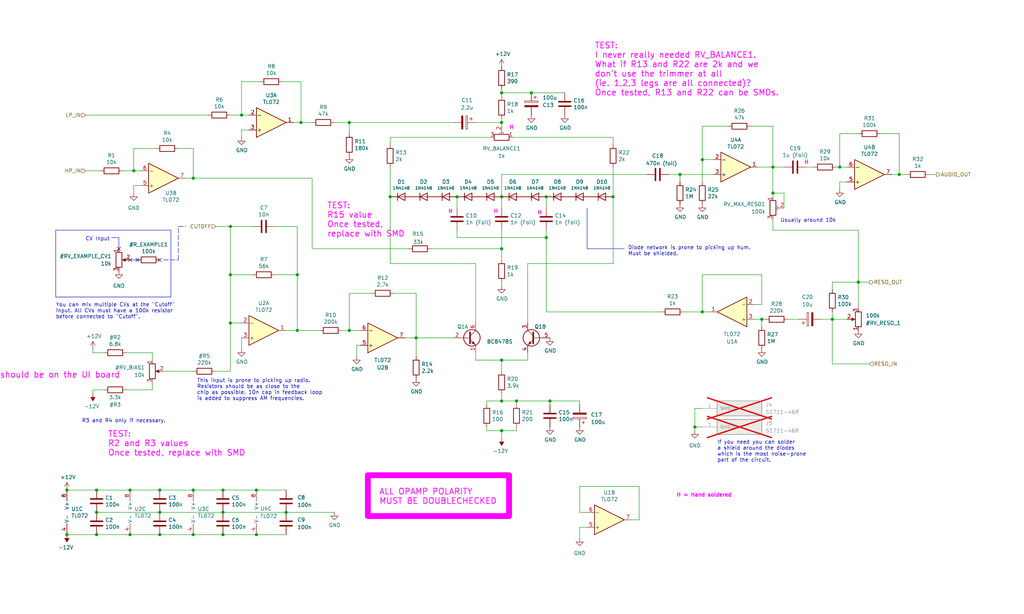
<source format=kicad_sch>
(kicad_sch (version 20250114) (generator "eeschema") (generator_version "9.0")
  (paper "User" 350 210)
  (rectangle (start 125.73 162.56) (end 173.99 176.53) (stroke (width 2) (color 255 0 255 1)))
  (rectangle (start 19.05 78.74) (end 58.42 101.6))
  (text "R3 and R4 only if necessary." (at 27.94 144.78 0) (effects (font (size 1.27 1.27)) (justify left bottom)))
  (text "H" (at 173.99 44.45 0) (effects (font (size 1.27 1.27) (thickness 0.254) (bold yes)) (justify left bottom)))
  (text "This input is prone to picking up radio. \nResistors should be as close to the \nchip as possible. 10n cap in feedback loop\nis added to suppress AM frequencies." (at 67.31 137.16 0) (effects (font (size 1.27 1.27)) (justify left bottom)))
  (text "CV Input" (at 29.21 82.55 0) (effects (font (size 1.27 1.27)) (justify left bottom)))
  (text "H" (at 168.656 73.152 0) (effects (font (size 1.27 1.27) (thickness 0.254) (bold yes)) (justify left bottom)))
  (text "H" (at 274.828 56.388 0) (effects (font (size 1.27 1.27) (thickness 0.254) (bold yes)) (justify left bottom)))
  (text "If you need you can solder \na shield around the diodes\nwhich is the most noise-prone\npart of the circuit." (at 245.11 158.242 0) (effects (font (size 1.27 1.27)) (justify left bottom)))
  (text "ALL OPAMP POLARITY\nMUST BE DOUBLECHECKED" (at 129.54 172.72 0) (effects (font (size 2 2) (thickness 0.254) (bold yes)) (justify left bottom)))
  (text "Maybe this should be on the UI board" (at -17.78 129.54 0) (effects (font (size 2 2) (thickness 0.254) (bold yes)) (justify left bottom)))
  (text "Diode network is prone to picking up hum. \nMust be shielded." (at 214.63 87.63 0) (effects (font (size 1.27 1.27)) (justify left bottom)))
  (text "H" (at 183.642 73.66 0) (effects (font (size 1.27 1.27) (thickness 0.254) (bold yes)) (justify left bottom)))
  (text "TEST:\nR2 and R3 values\nOnce tested, replace with SMD" (at 36.83 156.21 0) (effects (font (size 2 2) (thickness 0.254) (bold yes)) (justify left bottom)))
  (text "H" (at 153.162 73.152 0) (effects (font (size 1.27 1.27) (thickness 0.254) (bold yes)) (justify left bottom)))
  (text "You can mix multiple CVs at the \"Cutoff\" \ninput. All CVs must have a 100k resistor \nbefore connected to \"Cutoff\"." (at 19.05 109.22 0) (effects (font (size 1.27 1.27)) (justify left bottom)))
  (text "Usually around 10k" (at 266.7 76.2 0) (effects (font (size 1.27 1.27)) (justify left bottom)))
  (text "H = Hand soldered" (at 231.14 170.18 0) (effects (font (size 1.27 1.27) (thickness 0.254) (bold yes)) (justify left bottom)))
  (text "TEST:\nI never really needed RV_BALANCE1. \nWhat if R13 and R22 are 2k and we\ndon't use the trimmer at all \n(ie. 1,2,3 legs are all connected)?\nOnce tested, R13 and R22 can be SMDs." (at 203.2 33.02 0) (effects (font (size 2 2) (thickness 0.254) (bold yes)) (justify left bottom)))
  (text "TEST:\nR15 value\nOnce tested, \nreplace with SMD" (at 111.76 81.28 0) (effects (font (size 2 2) (thickness 0.254) (bold yes)) (justify left bottom)))
  (junction (at 101.6 93.98))
  (junction (at 33.02 182.88))
  (junction (at 156.21 67.31))
  (junction (at 87.63 167.64))
  (junction (at 76.2 175.26))
  (junction (at 284.48 109.22))
  (junction (at 171.45 67.31))
  (junction (at 22.86 182.88))
  (junction (at 307.34 59.69))
  (junction (at 264.16 66.04))
  (junction (at 45.72 58.42))
  (junction (at 142.24 115.57))
  (junction (at 176.53 137.16))
  (junction (at 54.61 182.88))
  (junction (at 240.03 106.68))
  (junction (at 186.69 81.28))
  (junction (at 66.04 60.96))
  (junction (at 87.63 182.88))
  (junction (at 102.87 41.91))
  (junction (at 76.2 167.64))
  (junction (at 287.02 57.15))
  (junction (at 119.38 113.03))
  (junction (at 133.35 67.31))
  (junction (at 260.35 109.22))
  (junction (at 78.74 110.49))
  (junction (at 44.45 167.64))
  (junction (at 54.61 175.26))
  (junction (at 232.41 59.69))
  (junction (at 76.2 182.88))
  (junction (at 33.02 175.26))
  (junction (at 97.79 175.26))
  (junction (at 54.61 167.64))
  (junction (at 66.04 167.64))
  (junction (at 171.45 85.09))
  (junction (at 293.37 96.52))
  (junction (at 82.55 39.37))
  (junction (at 171.45 147.32))
  (junction (at 181.61 31.75))
  (junction (at 171.45 41.91))
  (junction (at 186.69 67.31))
  (junction (at 264.16 57.15))
  (junction (at 78.74 93.98))
  (junction (at 119.38 41.91))
  (junction (at 171.45 31.75))
  (junction (at 44.45 182.88))
  (junction (at 101.6 113.03))
  (junction (at 237.49 146.05))
  (junction (at 240.03 54.61))
  (junction (at 187.96 137.16))
  (junction (at 78.74 77.47))
  (junction (at 22.86 167.64))
  (junction (at 33.02 167.64))
  (junction (at 171.45 137.16))
  (junction (at 171.45 123.19))
  (junction (at 209.55 67.31))
  (junction (at 66.04 182.88))
  (no_connect (at 40.64 85.09))
  (no_connect (at 54.61 88.9))
  (no_connect (at 46.99 88.9))
  (no_connect (at 44.45 88.9))
  (wire (pts (xy 162.56 123.19) (xy 171.45 123.19)))
  (wire (pts (xy 320.04 59.69) (xy 317.5 59.69)))
  (wire (pts (xy 52.07 133.35) (xy 52.07 130.81)))
  (wire (pts (xy 260.35 93.98) (xy 240.03 93.98)))
  (wire (pts (xy 187.96 137.16) (xy 176.53 137.16)))
  (wire (pts (xy 162.56 41.91) (xy 171.45 41.91)))
  (wire (pts (xy 54.61 175.26) (xy 76.2 175.26)))
  (wire (pts (xy 260.35 104.14) (xy 260.35 93.98)))
  (wire (pts (xy 166.37 147.32) (xy 171.45 147.32)))
  (wire (pts (xy 240.03 54.61) (xy 243.84 54.61)))
  (wire (pts (xy 233.68 106.68) (xy 240.03 106.68)))
  (wire (pts (xy 87.63 182.88) (xy 97.79 182.88)))
  (wire (pts (xy 31.75 119.38) (xy 31.75 120.65)))
  (wire (pts (xy 257.81 104.14) (xy 260.35 104.14)))
  (wire (pts (xy 171.45 134.62) (xy 171.45 137.16)))
  (wire (pts (xy 82.55 44.45) (xy 82.55 46.99)))
  (wire (pts (xy 264.16 78.74) (xy 293.37 78.74)))
  (wire (pts (xy 31.75 133.35) (xy 35.56 133.35)))
  (polyline (pts (xy 60.96 88.9) (xy 60.96 77.47)) (stroke (width 0) (type dash)))
  (wire (pts (xy 22.86 182.88) (xy 33.02 182.88)))
  (wire (pts (xy 280.67 109.22) (xy 284.48 109.22)))
  (wire (pts (xy 96.52 27.94) (xy 102.87 27.94)))
  (wire (pts (xy 123.19 118.11) (xy 121.92 118.11)))
  (wire (pts (xy 293.37 45.72) (xy 287.02 45.72)))
  (wire (pts (xy 171.45 41.91) (xy 171.45 43.18)))
  (wire (pts (xy 43.18 120.65) (xy 52.07 120.65)))
  (wire (pts (xy 45.72 50.8) (xy 45.72 58.42)))
  (wire (pts (xy 119.38 41.91) (xy 154.94 41.91)))
  (wire (pts (xy 60.96 50.8) (xy 66.04 50.8)))
  (wire (pts (xy 156.21 78.74) (xy 156.21 81.28)))
  (wire (pts (xy 156.21 81.28) (xy 186.69 81.28)))
  (wire (pts (xy 119.38 45.72) (xy 119.38 41.91)))
  (wire (pts (xy 171.45 127) (xy 171.45 123.19)))
  (wire (pts (xy 186.69 71.12) (xy 186.69 67.31)))
  (wire (pts (xy 186.69 81.28) (xy 186.69 78.74)))
  (wire (pts (xy 285.75 57.15) (xy 287.02 57.15)))
  (wire (pts (xy 102.87 41.91) (xy 106.68 41.91)))
  (wire (pts (xy 256.54 43.18) (xy 264.16 43.18)))
  (wire (pts (xy 176.53 147.32) (xy 176.53 146.05)))
  (wire (pts (xy 264.16 57.15) (xy 264.16 66.04)))
  (wire (pts (xy 228.6 59.69) (xy 232.41 59.69)))
  (wire (pts (xy 209.55 67.31) (xy 209.55 90.17)))
  (wire (pts (xy 264.16 74.93) (xy 264.16 78.74)))
  (wire (pts (xy 171.45 123.19) (xy 180.34 123.19)))
  (wire (pts (xy 309.88 59.69) (xy 307.34 59.69)))
  (wire (pts (xy 133.35 90.17) (xy 162.56 90.17)))
  (wire (pts (xy 109.22 113.03) (xy 101.6 113.03)))
  (polyline (pts (xy 60.96 77.47) (xy 63.5 77.47)) (stroke (width 0) (type dash)))
  (wire (pts (xy 142.24 115.57) (xy 138.43 115.57)))
  (wire (pts (xy 43.18 133.35) (xy 52.07 133.35)))
  (wire (pts (xy 97.79 175.26) (xy 114.3 175.26)))
  (wire (pts (xy 101.6 93.98) (xy 101.6 113.03)))
  (wire (pts (xy 307.34 59.69) (xy 304.8 59.69)))
  (polyline (pts (xy 200.66 71.12) (xy 200.66 85.09)))
  (wire (pts (xy 106.68 85.09) (xy 106.68 60.96)))
  (wire (pts (xy 142.24 100.33) (xy 142.24 115.57)))
  (wire (pts (xy 101.6 77.47) (xy 101.6 93.98)))
  (wire (pts (xy 82.55 39.37) (xy 85.09 39.37)))
  (wire (pts (xy 167.64 46.99) (xy 133.35 46.99)))
  (wire (pts (xy 171.45 85.09) (xy 171.45 88.9)))
  (wire (pts (xy 287.02 57.15) (xy 289.56 57.15)))
  (wire (pts (xy 187.96 137.16) (xy 187.96 138.43)))
  (wire (pts (xy 44.45 182.88) (xy 54.61 182.88)))
  (wire (pts (xy 171.45 31.75) (xy 171.45 33.02)))
  (wire (pts (xy 78.74 39.37) (xy 82.55 39.37)))
  (wire (pts (xy 171.45 147.32) (xy 176.53 147.32)))
  (wire (pts (xy 76.2 167.64) (xy 87.63 167.64)))
  (wire (pts (xy 307.34 45.72) (xy 307.34 59.69)))
  (wire (pts (xy 261.62 109.22) (xy 260.35 109.22)))
  (wire (pts (xy 133.35 67.31) (xy 133.35 90.17)))
  (wire (pts (xy 237.49 139.7) (xy 237.49 146.05)))
  (wire (pts (xy 237.49 146.05) (xy 240.03 146.05)))
  (wire (pts (xy 78.74 93.98) (xy 78.74 110.49)))
  (wire (pts (xy 134.62 100.33) (xy 142.24 100.33)))
  (wire (pts (xy 101.6 113.03) (xy 97.79 113.03)))
  (wire (pts (xy 66.04 182.88) (xy 76.2 182.88)))
  (wire (pts (xy 114.3 41.91) (xy 119.38 41.91)))
  (wire (pts (xy 260.35 109.22) (xy 257.81 109.22)))
  (wire (pts (xy 29.21 58.42) (xy 34.29 58.42)))
  (wire (pts (xy 171.45 97.79) (xy 171.45 96.52)))
  (wire (pts (xy 100.33 41.91) (xy 102.87 41.91)))
  (wire (pts (xy 284.48 109.22) (xy 289.56 109.22)))
  (wire (pts (xy 240.03 43.18) (xy 240.03 54.61)))
  (wire (pts (xy 29.21 39.37) (xy 71.12 39.37)))
  (wire (pts (xy 127 100.33) (xy 119.38 100.33)))
  (wire (pts (xy 171.45 30.48) (xy 171.45 31.75)))
  (wire (pts (xy 76.2 175.26) (xy 97.79 175.26)))
  (wire (pts (xy 180.34 110.49) (xy 180.34 90.17)))
  (wire (pts (xy 171.45 31.75) (xy 181.61 31.75)))
  (wire (pts (xy 54.61 182.88) (xy 66.04 182.88)))
  (wire (pts (xy 284.48 106.68) (xy 284.48 109.22)))
  (wire (pts (xy 278.13 57.15) (xy 275.59 57.15)))
  (wire (pts (xy 297.18 124.46) (xy 284.48 124.46)))
  (wire (pts (xy 119.38 100.33) (xy 119.38 113.03)))
  (polyline (pts (xy 55.88 88.9) (xy 60.96 88.9)) (stroke (width 0) (type dash)))
  (wire (pts (xy 66.04 167.64) (xy 76.2 167.64)))
  (wire (pts (xy 293.37 78.74) (xy 293.37 96.52)))
  (wire (pts (xy 121.92 118.11) (xy 121.92 121.92)))
  (wire (pts (xy 93.98 77.47) (xy 101.6 77.47)))
  (wire (pts (xy 232.41 62.23) (xy 232.41 59.69)))
  (wire (pts (xy 166.37 137.16) (xy 166.37 138.43)))
  (wire (pts (xy 171.45 149.86) (xy 171.45 147.32)))
  (wire (pts (xy 240.03 139.7) (xy 237.49 139.7)))
  (wire (pts (xy 133.35 46.99) (xy 133.35 49.53)))
  (wire (pts (xy 171.45 78.74) (xy 171.45 85.09)))
  (wire (pts (xy 176.53 138.43) (xy 176.53 137.16)))
  (polyline (pts (xy 44.45 88.9) (xy 46.99 88.9)))
  (wire (pts (xy 55.88 127) (xy 66.04 127)))
  (wire (pts (xy 93.98 93.98) (xy 101.6 93.98)))
  (wire (pts (xy 78.74 77.47) (xy 78.74 93.98)))
  (wire (pts (xy 198.12 166.37) (xy 198.12 175.26)))
  (wire (pts (xy 119.38 113.03) (xy 123.19 113.03)))
  (wire (pts (xy 78.74 110.49) (xy 82.55 110.49)))
  (wire (pts (xy 133.35 57.15) (xy 133.35 67.31)))
  (wire (pts (xy 166.37 146.05) (xy 166.37 147.32)))
  (wire (pts (xy 48.26 63.5) (xy 45.72 63.5)))
  (wire (pts (xy 243.84 59.69) (xy 232.41 59.69)))
  (wire (pts (xy 287.02 45.72) (xy 287.02 57.15)))
  (wire (pts (xy 267.97 71.12) (xy 267.97 66.04)))
  (wire (pts (xy 86.36 93.98) (xy 78.74 93.98)))
  (wire (pts (xy 85.09 44.45) (xy 82.55 44.45)))
  (wire (pts (xy 44.45 167.64) (xy 54.61 167.64)))
  (wire (pts (xy 116.84 113.03) (xy 119.38 113.03)))
  (wire (pts (xy 171.45 67.31) (xy 171.45 71.12)))
  (wire (pts (xy 82.55 115.57) (xy 82.55 119.38)))
  (wire (pts (xy 54.61 167.64) (xy 66.04 167.64)))
  (wire (pts (xy 300.99 45.72) (xy 307.34 45.72)))
  (wire (pts (xy 53.34 50.8) (xy 45.72 50.8)))
  (wire (pts (xy 180.34 123.19) (xy 180.34 120.65)))
  (wire (pts (xy 66.04 60.96) (xy 63.5 60.96)))
  (wire (pts (xy 198.12 137.16) (xy 187.96 137.16)))
  (wire (pts (xy 33.02 175.26) (xy 54.61 175.26)))
  (wire (pts (xy 180.34 90.17) (xy 209.55 90.17)))
  (wire (pts (xy 106.68 60.96) (xy 66.04 60.96)))
  (wire (pts (xy 76.2 182.88) (xy 87.63 182.88)))
  (polyline (pts (xy 40.64 81.28) (xy 40.64 85.09)))
  (wire (pts (xy 33.02 167.64) (xy 44.45 167.64)))
  (wire (pts (xy 284.48 109.22) (xy 284.48 124.46)))
  (wire (pts (xy 181.61 31.75) (xy 193.04 31.75)))
  (wire (pts (xy 293.37 96.52) (xy 297.18 96.52)))
  (wire (pts (xy 237.49 146.05) (xy 237.49 147.32)))
  (wire (pts (xy 162.56 90.17) (xy 162.56 110.49)))
  (wire (pts (xy 171.45 40.64) (xy 171.45 41.91)))
  (wire (pts (xy 106.68 85.09) (xy 139.7 85.09)))
  (wire (pts (xy 102.87 27.94) (xy 102.87 41.91)))
  (wire (pts (xy 171.45 59.69) (xy 171.45 67.31)))
  (wire (pts (xy 215.9 177.8) (xy 218.44 177.8)))
  (wire (pts (xy 273.05 109.22) (xy 269.24 109.22)))
  (wire (pts (xy 175.26 46.99) (xy 209.55 46.99)))
  (wire (pts (xy 31.75 134.62) (xy 31.75 133.35)))
  (wire (pts (xy 264.16 57.15) (xy 259.08 57.15)))
  (polyline (pts (xy 200.66 85.09) (xy 213.36 85.09)))
  (wire (pts (xy 198.12 138.43) (xy 198.12 137.16)))
  (wire (pts (xy 66.04 50.8) (xy 66.04 60.96)))
  (wire (pts (xy 88.9 27.94) (xy 82.55 27.94)))
  (wire (pts (xy 264.16 43.18) (xy 264.16 57.15)))
  (wire (pts (xy 154.94 115.57) (xy 142.24 115.57)))
  (wire (pts (xy 248.92 43.18) (xy 240.03 43.18)))
  (wire (pts (xy 87.63 167.64) (xy 97.79 167.64)))
  (wire (pts (xy 86.36 77.47) (xy 78.74 77.47)))
  (wire (pts (xy 45.72 58.42) (xy 48.26 58.42)))
  (wire (pts (xy 156.21 71.12) (xy 156.21 67.31)))
  (wire (pts (xy 198.12 184.15) (xy 198.12 180.34)))
  (wire (pts (xy 240.03 62.23) (xy 240.03 54.61)))
  (wire (pts (xy 82.55 27.94) (xy 82.55 39.37)))
  (wire (pts (xy 218.44 177.8) (xy 218.44 166.37)))
  (wire (pts (xy 209.55 57.15) (xy 209.55 67.31)))
  (wire (pts (xy 198.12 175.26) (xy 200.66 175.26)))
  (wire (pts (xy 240.03 93.98) (xy 240.03 106.68)))
  (wire (pts (xy 284.48 96.52) (xy 293.37 96.52)))
  (wire (pts (xy 289.56 62.23) (xy 287.02 62.23)))
  (wire (pts (xy 33.02 167.64) (xy 22.86 167.64)))
  (wire (pts (xy 284.48 99.06) (xy 284.48 96.52)))
  (wire (pts (xy 171.45 137.16) (xy 166.37 137.16)))
  (wire (pts (xy 260.35 111.76) (xy 260.35 109.22)))
  (wire (pts (xy 33.02 182.88) (xy 44.45 182.88)))
  (wire (pts (xy 293.37 96.52) (xy 293.37 105.41)))
  (wire (pts (xy 73.66 77.47) (xy 78.74 77.47)))
  (wire (pts (xy 52.07 120.65) (xy 52.07 123.19)))
  (wire (pts (xy 287.02 62.23) (xy 287.02 64.77)))
  (wire (pts (xy 162.56 120.65) (xy 162.56 123.19)))
  (polyline (pts (xy 38.1 81.28) (xy 40.64 81.28)))
  (wire (pts (xy 41.91 58.42) (xy 45.72 58.42)))
  (wire (pts (xy 226.06 106.68) (xy 186.69 106.68)))
  (wire (pts (xy 186.69 106.68) (xy 186.69 81.28)))
  (wire (pts (xy 73.66 127) (xy 78.74 127)))
  (wire (pts (xy 147.32 85.09) (xy 171.45 85.09)))
  (wire (pts (xy 267.97 66.04) (xy 264.16 66.04)))
  (wire (pts (xy 218.44 166.37) (xy 198.12 166.37)))
  (wire (pts (xy 209.55 46.99) (xy 209.55 49.53)))
  (wire (pts (xy 198.12 180.34) (xy 200.66 180.34)))
  (wire (pts (xy 267.97 57.15) (xy 264.16 57.15)))
  (wire (pts (xy 240.03 106.68) (xy 242.57 106.68)))
  (wire (pts (xy 45.72 63.5) (xy 45.72 66.04)))
  (wire (pts (xy 31.75 120.65) (xy 35.56 120.65)))
  (wire (pts (xy 78.74 127) (xy 78.74 110.49)))
  (wire (pts (xy 176.53 137.16) (xy 171.45 137.16)))
  (wire (pts (xy 142.24 121.92) (xy 142.24 115.57)))
  (wire (pts (xy 264.16 66.04) (xy 264.16 67.31)))
  (wire (pts (xy 171.45 59.69) (xy 220.98 59.69)))
  (hierarchical_label "RESO_OUT" (shape output) (at 297.18 96.52 0))
  (hierarchical_label "CUTOFF" (shape input) (at 73.66 77.47 180))
  (hierarchical_label "AUDIO_OUT" (shape output) (at 320.04 59.69 0))
  (hierarchical_label "HP_IN" (shape input) (at 29.21 58.42 180))
  (hierarchical_label "RESO_IN" (shape input) (at 297.18 124.46 0))
  (hierarchical_label "LP_IN" (shape input) (at 29.21 39.37 180))
  (symbol (lib_id "Amplifier_Operational:TL072") (at 90.17 113.03 0) (mirror x) (unit 1)
    (property "Reference" "U2" (at 90.17 103.7082 0))
    (property "Value" "TL072" (at 90.17 106.0196 0))
    (property "Footprint" "Package_SO:SOIC-8_3.9x4.9mm_P1.27mm" (effects (hide yes)))
    (property "Datasheet" "http://www.ti.com/lit/ds/symlink/tl071.pdf" (effects (hide yes)))
    (property "LCSC" "C6961" (effects (hide yes)))
    (property "Vendor" "JLCPCB" (effects (hide yes)))
  )
  (symbol (lib_id "Amplifier_Operational:TL072") (at 208.28 177.8 0) (mirror x) (unit 2)
    (property "Reference" "U1" (at 208.28 168.4782 0))
    (property "Value" "TL072" (at 208.28 170.7896 0))
    (property "Footprint" "Package_SO:SOIC-8_3.9x4.9mm_P1.27mm" (effects (hide yes)))
    (property "Datasheet" "http://www.ti.com/lit/ds/symlink/tl071.pdf" (effects (hide yes)))
    (property "LCSC" "C6961" (effects (hide yes)))
    (property "Vendor" "JLCPCB" (effects (hide yes)))
  )
  (symbol (lib_id "Amplifier_Operational:TL072") (at 25.4 175.26 0) (unit 3)
    (property "Reference" "U1" (at 24.3332 174.0916 0) (effects (justify left)))
    (property "Value" "TL072" (at 24.3332 176.403 0) (effects (justify left)))
    (property "Footprint" "Package_SO:SOIC-8_3.9x4.9mm_P1.27mm" (effects (hide yes)))
    (property "Datasheet" "http://www.ti.com/lit/ds/symlink/tl071.pdf" (effects (hide yes)))
    (property "LCSC" "C6961" (effects (hide yes)))
    (property "Vendor" "JLCPCB" (effects (hide yes)))
  )
  (symbol (lib_id "power:+12V") (at 22.86 167.64 0) (unit 1)
    (property "Reference" "#PWR03" (effects (hide yes)))
    (property "Value" "+12V" (at 23.241 163.2458 0))
    (property "Description" "Power symbol creates a global label with name \"+12V\"" (effects (hide yes)))
  )
  (symbol (lib_id "power:-12V") (at 22.86 182.88 180) (unit 1)
    (property "Reference" "#PWR04" (effects (hide yes)))
    (property "Value" "-12V" (at 22.479 187.2742 0))
    (property "Description" "Power symbol creates a global label with name \"-12V\"" (effects (hide yes)))
  )
  (symbol (lib_id "Device:C") (at 33.02 171.45 0) (unit 1)
    (property "Reference" "C1" (at 35.941 170.2816 0) (effects (justify left)))
    (property "Value" "100n" (at 35.941 172.593 0) (effects (justify left)))
    (property "Footprint" "Capacitor_SMD:C_0603_1608Metric_Pad1.08x0.95mm_HandSolder" (effects (hide yes)))
    (property "LCSC" "C14663" (effects (hide yes)))
    (property "Vendor" "JLCPCB" (effects (hide yes)))
  )
  (symbol (lib_id "power:GND") (at 114.3 175.26 0) (unit 1)
    (property "Reference" "#PWR011" (effects (hide yes)))
    (property "Value" "GND" (at 114.427 179.6542 0))
    (property "Description" "Power symbol creates a global label with name \"GND\" , ground" (effects (hide yes)))
  )
  (symbol (lib_id "Device:R") (at 69.85 127 270) (unit 1)
    (property "Reference" "#R5" (at 69.85 121.7422 90))
    (property "Value" "220k" (at 69.85 124.0536 90))
    (property "Footprint" "Resistor_SMD:R_0603_1608Metric_Pad0.98x0.95mm_HandSolder" (effects (hide yes)))
    (property "LCSC" "C22961" (effects (hide yes)))
    (property "Vendor" "JLCPCB" (effects (hide yes)))
  )
  (symbol (lib_id "Device:R") (at 39.37 120.65 270) (unit 1)
    (property "Reference" "#R2" (at 39.37 115.3922 90))
    (property "Value" "6.8k" (at 39.37 117.7036 90))
    (property "Footprint" "Shmoergh_Custom_Footprints:R_Axial_DIN0207_L6.3mm_D2.5mm_P7.62mm_Horizontal" (effects (hide yes)))
    (property "Part No." "603-CFR-25JB-52-6K8" (effects (hide yes)))
    (property "Part URL" "https://mou.sr/3FwCIPM" (effects (hide yes)))
    (property "Vendor" "Mouser" (effects (hide yes)))
  )
  (symbol (lib_id "Device:R") (at 39.37 133.35 270) (unit 1)
    (property "Reference" "#R3" (at 39.37 138.43 90))
    (property "Value" "3.3k" (at 39.37 135.89 90))
    (property "Footprint" "Shmoergh_Custom_Footprints:R_Axial_DIN0207_L6.3mm_D2.5mm_P7.62mm_Horizontal" (effects (hide yes)))
    (property "Part No." "603-CFR-25JB-52-3K3" (effects (hide yes)))
    (property "Part URL" "https://mou.sr/4bzT0TY" (effects (hide yes)))
    (property "Vendor" "Mouser" (effects (hide yes)))
  )
  (symbol (lib_id "power:-12V") (at 31.75 134.62 180) (unit 1)
    (property "Reference" "#PWR06" (effects (hide yes)))
    (property "Value" "-12V" (at 31.369 139.0142 0))
    (property "Description" "Power symbol creates a global label with name \"-12V\"" (effects (hide yes)))
  )
  (symbol (lib_id "power:+12V") (at 31.75 119.38 0) (unit 1)
    (property "Reference" "#PWR05" (effects (hide yes)))
    (property "Value" "+12V" (at 32.131 114.9858 0))
    (property "Description" "Power symbol creates a global label with name \"+12V\"" (effects (hide yes)))
  )
  (symbol (lib_id "power:GND") (at 82.55 119.38 0) (unit 1)
    (property "Reference" "#PWR010" (effects (hide yes)))
    (property "Value" "GND" (at 82.677 123.7742 0))
    (property "Description" "Power symbol creates a global label with name \"GND\" , ground" (effects (hide yes)))
  )
  (symbol (lib_id "Device:R") (at 90.17 93.98 270) (unit 1)
    (property "Reference" "R7" (at 90.17 88.7222 90))
    (property "Value" "56k" (at 90.17 91.0336 90))
    (property "Footprint" "Resistor_SMD:R_0603_1608Metric_Pad0.98x0.95mm_HandSolder" (effects (hide yes)))
    (property "LCSC" "C23206" (effects (hide yes)))
    (property "Vendor" "JLCPCB" (effects (hide yes)))
  )
  (symbol (lib_id "Device:R") (at 113.03 113.03 270) (unit 1)
    (property "Reference" "R10" (at 113.03 107.7722 90))
    (property "Value" "200k" (at 113.03 110.0836 90))
    (property "Footprint" "Resistor_SMD:R_0603_1608Metric_Pad0.98x0.95mm_HandSolder" (effects (hide yes)))
    (property "LCSC" "C25811" (effects (hide yes)))
    (property "Vendor" "JLCPCB" (effects (hide yes)))
  )
  (symbol (lib_id "Device:R") (at 130.81 100.33 270) (unit 1)
    (property "Reference" "R12" (at 130.81 95.0722 90))
    (property "Value" "2.7k" (at 130.81 97.3836 90))
    (property "Footprint" "Resistor_SMD:R_0603_1608Metric_Pad0.98x0.95mm_HandSolder" (effects (hide yes)))
    (property "LCSC" "C13167" (effects (hide yes)))
    (property "Vendor" "JLCPCB" (effects (hide yes)))
  )
  (symbol (lib_id "Device:R") (at 142.24 125.73 0) (unit 1)
    (property "Reference" "R14" (at 144.018 124.5616 0) (effects (justify left)))
    (property "Value" "2.2k" (at 144.018 126.873 0) (effects (justify left)))
    (property "Footprint" "Resistor_SMD:R_0603_1608Metric_Pad0.98x0.95mm_HandSolder" (effects (hide yes)))
    (property "LCSC" "C4190" (effects (hide yes)))
    (property "Vendor" "JLCPCB" (effects (hide yes)))
  )
  (symbol (lib_id "power:GND") (at 142.24 129.54 0) (unit 1)
    (property "Reference" "#PWR014" (effects (hide yes)))
    (property "Value" "GND" (at 142.367 133.9342 0))
    (property "Description" "Power symbol creates a global label with name \"GND\" , ground" (effects (hide yes)))
  )
  (symbol (lib_id "power:GND") (at 121.92 121.92 0) (unit 1)
    (property "Reference" "#PWR013" (effects (hide yes)))
    (property "Value" "GND" (at 122.047 126.3142 0))
    (property "Description" "Power symbol creates a global label with name \"GND\" , ground" (effects (hide yes)))
  )
  (symbol (lib_id "Device:R") (at 171.45 130.81 0) (unit 1)
    (property "Reference" "R20" (at 173.228 129.6416 0) (effects (justify left)))
    (property "Value" "3.9k" (at 173.228 131.953 0) (effects (justify left)))
    (property "Footprint" "Resistor_SMD:R_0603_1608Metric_Pad0.98x0.95mm_HandSolder" (effects (hide yes)))
    (property "LCSC" "C23018" (effects (hide yes)))
    (property "Vendor" "JLCPCB" (effects (hide yes)))
  )
  (symbol (lib_id "Device:R") (at 166.37 142.24 0) (unit 1)
    (property "Reference" "R16" (at 168.148 141.0716 0) (effects (justify left)))
    (property "Value" "100" (at 168.148 143.383 0) (effects (justify left)))
    (property "Footprint" "Resistor_SMD:R_0603_1608Metric_Pad0.98x0.95mm_HandSolder" (effects (hide yes)))
    (property "LCSC" "C22775" (effects (hide yes)))
    (property "Vendor" "JLCPCB" (effects (hide yes)))
  )
  (symbol (lib_id "Device:R") (at 176.53 142.24 0) (unit 1)
    (property "Reference" "R21" (at 178.308 141.0716 0) (effects (justify left)))
    (property "Value" "200" (at 178.308 143.383 0) (effects (justify left)))
    (property "Footprint" "Resistor_SMD:R_0603_1608Metric_Pad0.98x0.95mm_HandSolder" (effects (hide yes)))
    (property "LCSC" "C8218" (effects (hide yes)))
    (property "Vendor" "JLCPCB" (effects (hide yes)))
  )
  (symbol (lib_id "power:GND") (at 198.12 146.05 0) (unit 1)
    (property "Reference" "#PWR022" (effects (hide yes)))
    (property "Value" "GND" (at 198.247 150.4442 0))
    (property "Description" "Power symbol creates a global label with name \"GND\" , ground" (effects (hide yes)))
  )
  (symbol (lib_id "Device:C") (at 156.21 74.93 0) (unit 1)
    (property "Reference" "C10" (at 159.131 73.7616 0) (effects (justify left)))
    (property "Value" "1n (Foil)" (at 159.131 76.073 0) (effects (justify left)))
    (property "Footprint" "Capacitor_THT:C_Rect_L7.0mm_W2.5mm_P5.00mm" (effects (hide yes)))
    (property "Part No." "80-R82EC1100SH50J " (effects (hide yes)))
    (property "Part URL" "https://mou.sr/3ZRLX4F" (effects (hide yes)))
    (property "Vendor" "Mouser" (effects (hide yes)))
  )
  (symbol (lib_id "Device:C") (at 171.45 74.93 0) (unit 1)
    (property "Reference" "C12" (at 174.371 73.7616 0) (effects (justify left)))
    (property "Value" "1n (Foil)" (at 174.371 76.073 0) (effects (justify left)))
    (property "Footprint" "Capacitor_THT:C_Rect_L7.0mm_W2.5mm_P5.00mm" (effects (hide yes)))
    (property "Part No." "80-R82EC1100SH50J " (effects (hide yes)))
    (property "Part URL" "https://mou.sr/3ZRLX4F" (effects (hide yes)))
    (property "Vendor" "Mouser" (effects (hide yes)))
  )
  (symbol (lib_id "Device:C") (at 186.69 74.93 0) (unit 1)
    (property "Reference" "C14" (at 189.611 73.7616 0) (effects (justify left)))
    (property "Value" "1n (Foil)" (at 189.611 76.073 0) (effects (justify left)))
    (property "Footprint" "Capacitor_THT:C_Rect_L7.0mm_W2.5mm_P5.00mm" (effects (hide yes)))
    (property "Part No." "80-R82EC1100SH50J " (effects (hide yes)))
    (property "Part URL" "https://mou.sr/3ZRLX4F" (effects (hide yes)))
    (property "Vendor" "Mouser" (effects (hide yes)))
  )
  (symbol (lib_id "Device:R") (at 171.45 92.71 0) (unit 1)
    (property "Reference" "R19" (at 173.228 91.5416 0) (effects (justify left)))
    (property "Value" "1k" (at 173.228 93.853 0) (effects (justify left)))
    (property "Footprint" "Resistor_SMD:R_0603_1608Metric_Pad0.98x0.95mm_HandSolder" (effects (hide yes)))
    (property "LCSC" "C21190" (effects (hide yes)))
    (property "Vendor" "JLCPCB" (effects (hide yes)))
  )
  (symbol (lib_id "power:GND") (at 171.45 97.79 0) (unit 1)
    (property "Reference" "#PWR016" (effects (hide yes)))
    (property "Value" "GND" (at 171.577 102.1842 0))
    (property "Description" "Power symbol creates a global label with name \"GND\" , ground" (effects (hide yes)))
  )
  (symbol (lib_id "Device:D") (at 137.16 67.31 0) (unit 1)
    (property "Reference" "D1" (at 137.16 62.2046 0))
    (property "Value" "1N4148" (at 137.16 64.3128 0) (effects (font (size 0.9906 0.9906))))
    (property "Footprint" "Diode_SMD:D_SOD-123" (effects (hide yes)))
    (property "LCSC" "C81598" (effects (hide yes)))
    (property "Sim.Device" "D" (effects (hide yes)))
    (property "Sim.Pins" "1=K 2=A" (effects (hide yes)))
    (property "Vendor" "JLCPCB" (effects (hide yes)))
  )
  (symbol (lib_id "Device:R") (at 133.35 53.34 0) (unit 1)
    (property "Reference" "R13" (at 135.128 52.1716 0) (effects (justify left)))
    (property "Value" "2k" (at 135.128 54.483 0) (effects (justify left)))
    (property "Footprint" "Shmoergh_Custom_Footprints:R_Axial_DIN0207_L6.3mm_D2.5mm_P7.62mm_Horizontal" (effects (hide yes)))
  )
  (symbol (lib_id "Device:R") (at 209.55 53.34 0) (unit 1)
    (property "Reference" "R22" (at 211.328 52.1716 0) (effects (justify left)))
    (property "Value" "2k" (at 211.328 54.483 0) (effects (justify left)))
    (property "Footprint" "Shmoergh_Custom_Footprints:R_Axial_DIN0207_L6.3mm_D2.5mm_P7.62mm_Horizontal" (effects (hide yes)))
  )
  (symbol (lib_id "power:GND") (at 187.96 115.57 0) (unit 1)
    (property "Reference" "#PWR019" (effects (hide yes)))
    (property "Value" "GND" (at 188.087 119.9642 0))
    (property "Description" "Power symbol creates a global label with name \"GND\" , ground" (effects (hide yes)))
  )
  (symbol (lib_id "power:-12V") (at 171.45 149.86 180) (unit 1)
    (property "Reference" "#PWR017" (effects (hide yes)))
    (property "Value" "-12V" (at 171.069 154.2542 0))
    (property "Description" "Power symbol creates a global label with name \"-12V\"" (effects (hide yes)))
  )
  (symbol (lib_id "Device:R") (at 171.45 36.83 0) (unit 1)
    (property "Reference" "R18" (at 173.228 35.6616 0) (effects (justify left)))
    (property "Value" "1k" (at 173.228 37.973 0) (effects (justify left)))
    (property "Footprint" "Resistor_SMD:R_0603_1608Metric_Pad0.98x0.95mm_HandSolder" (effects (hide yes)))
    (property "LCSC" "C21190" (effects (hide yes)))
    (property "Vendor" "JLCPCB" (effects (hide yes)))
  )
  (symbol (lib_id "Device:R") (at 171.45 26.67 0) (unit 1)
    (property "Reference" "R17" (at 173.228 25.5016 0) (effects (justify left)))
    (property "Value" "390" (at 173.228 27.813 0) (effects (justify left)))
    (property "Footprint" "Resistor_SMD:R_0603_1608Metric_Pad0.98x0.95mm_HandSolder" (effects (hide yes)))
    (property "LCSC" "C23151" (effects (hide yes)))
    (property "Vendor" "JLCPCB" (effects (hide yes)))
  )
  (symbol (lib_id "power:GND") (at 181.61 39.37 0) (unit 1)
    (property "Reference" "#PWR018" (effects (hide yes)))
    (property "Value" "GND" (at 181.737 43.7642 0))
    (property "Description" "Power symbol creates a global label with name \"GND\" , ground" (effects (hide yes)))
  )
  (symbol (lib_id "power:+12V") (at 171.45 22.86 0) (unit 1)
    (property "Reference" "#PWR015" (effects (hide yes)))
    (property "Value" "+12V" (at 171.831 18.4658 0))
    (property "Description" "Power symbol creates a global label with name \"+12V\"" (effects (hide yes)))
  )
  (symbol (lib_id "Device:R") (at 119.38 49.53 0) (unit 1)
    (property "Reference" "R11" (at 121.158 48.3616 0) (effects (justify left)))
    (property "Value" "180k" (at 121.158 50.673 0) (effects (justify left)))
    (property "Footprint" "Resistor_SMD:R_0603_1608Metric_Pad0.98x0.95mm_HandSolder" (effects (hide yes)))
    (property "LCSC" "C3016400" (effects (hide yes)))
    (property "Vendor" "JLCPCB" (effects (hide yes)))
  )
  (symbol (lib_id "power:GND") (at 119.38 53.34 0) (unit 1)
    (property "Reference" "#PWR012" (effects (hide yes)))
    (property "Value" "GND" (at 119.507 57.7342 0))
    (property "Description" "Power symbol creates a global label with name \"GND\" , ground" (effects (hide yes)))
  )
  (symbol (lib_id "Device:R") (at 110.49 41.91 270) (unit 1)
    (property "Reference" "R9" (at 110.49 36.6522 90))
    (property "Value" "47k" (at 110.49 38.9636 90))
    (property "Footprint" "Resistor_SMD:R_0603_1608Metric_Pad0.98x0.95mm_HandSolder" (effects (hide yes)))
    (property "LCSC" "C25819" (effects (hide yes)))
    (property "Vendor" "JLCPCB" (effects (hide yes)))
  )
  (symbol (lib_id "power:GND") (at 82.55 46.99 0) (unit 1)
    (property "Reference" "#PWR09" (effects (hide yes)))
    (property "Value" "GND" (at 82.677 51.3842 0))
    (property "Description" "Power symbol creates a global label with name \"GND\" , ground" (effects (hide yes)))
  )
  (symbol (lib_id "Device:R") (at 92.71 27.94 270) (unit 1)
    (property "Reference" "R8" (at 92.71 22.6822 90))
    (property "Value" "10k" (at 92.71 24.9936 90))
    (property "Footprint" "Resistor_SMD:R_0603_1608Metric_Pad0.98x0.95mm_HandSolder" (effects (hide yes)))
    (property "LCSC" "C25804" (effects (hide yes)))
    (property "Vendor" "JLCPCB" (effects (hide yes)))
  )
  (symbol (lib_id "Device:R") (at 74.93 39.37 270) (unit 1)
    (property "Reference" "R6" (at 74.93 34.1122 90))
    (property "Value" "10k" (at 74.93 36.4236 90))
    (property "Footprint" "Resistor_SMD:R_0603_1608Metric_Pad0.98x0.95mm_HandSolder" (effects (hide yes)))
    (property "LCSC" "C25804" (effects (hide yes)))
    (property "Vendor" "JLCPCB" (effects (hide yes)))
  )
  (symbol (lib_id "Device:C") (at 224.79 59.69 270) (unit 1)
    (property "Reference" "C18" (at 224.79 53.2892 90))
    (property "Value" "470n (foil)" (at 226.06 55.88 90))
    (property "Footprint" "Capacitor_THT:C_Rect_L7.0mm_W3.5mm_P5.00mm" (effects (hide yes)))
    (property "Part No." "80-R82EC1470DQ50K " (effects (hide yes)))
    (property "Part URL" "https://mou.sr/4g5F5Xb" (effects (hide yes)))
    (property "Vendor" "Mouser" (effects (hide yes)))
  )
  (symbol (lib_id "Device:R") (at 232.41 66.04 0) (unit 1)
    (property "Reference" "R24" (at 234.188 64.8716 0) (effects (justify left)))
    (property "Value" "1M" (at 234.188 67.183 0) (effects (justify left)))
    (property "Footprint" "Resistor_SMD:R_0603_1608Metric_Pad0.98x0.95mm_HandSolder" (effects (hide yes)))
    (property "LCSC" "C22935" (effects (hide yes)))
    (property "Vendor" "JLCPCB" (effects (hide yes)))
  )
  (symbol (lib_id "power:GND") (at 232.41 69.85 0) (unit 1)
    (property "Reference" "#PWR024" (effects (hide yes)))
    (property "Value" "GND" (at 232.537 74.2442 0))
    (property "Description" "Power symbol creates a global label with name \"GND\" , ground" (effects (hide yes)))
  )
  (symbol (lib_id "Device:R") (at 240.03 66.04 0) (unit 1)
    (property "Reference" "R25" (at 241.808 64.8716 0) (effects (justify left)))
    (property "Value" "22k" (at 241.808 67.183 0) (effects (justify left)))
    (property "Footprint" "Resistor_SMD:R_0603_1608Metric_Pad0.98x0.95mm_HandSolder" (effects (hide yes)))
    (property "LCSC" "C31850" (effects (hide yes)))
    (property "Vendor" "JLCPCB" (effects (hide yes)))
  )
  (symbol (lib_id "power:GND") (at 240.03 69.85 0) (unit 1)
    (property "Reference" "#PWR026" (effects (hide yes)))
    (property "Value" "GND" (at 240.157 74.2442 0))
    (property "Description" "Power symbol creates a global label with name \"GND\" , ground" (effects (hide yes)))
  )
  (symbol (lib_id "Device:R") (at 252.73 43.18 270) (unit 1)
    (property "Reference" "R26" (at 252.73 37.9222 90))
    (property "Value" "47k" (at 252.73 40.2336 90))
    (property "Footprint" "Resistor_SMD:R_0603_1608Metric_Pad0.98x0.95mm_HandSolder" (effects (hide yes)))
    (property "LCSC" "C25819" (effects (hide yes)))
    (property "Vendor" "JLCPCB" (effects (hide yes)))
  )
  (symbol (lib_id "Device:R") (at 281.94 57.15 270) (unit 1)
    (property "Reference" "R29" (at 281.94 51.8922 90))
    (property "Value" "10k" (at 281.94 54.2036 90))
    (property "Footprint" "Resistor_SMD:R_0603_1608Metric_Pad0.98x0.95mm_HandSolder" (effects (hide yes)))
    (property "LCSC" "C25804" (effects (hide yes)))
    (property "Vendor" "JLCPCB" (effects (hide yes)))
  )
  (symbol (lib_id "power:GND") (at 287.02 64.77 0) (unit 1)
    (property "Reference" "#PWR028" (effects (hide yes)))
    (property "Value" "GND" (at 287.147 69.1642 0))
    (property "Description" "Power symbol creates a global label with name \"GND\" , ground" (effects (hide yes)))
  )
  (symbol (lib_id "Device:R") (at 297.18 45.72 270) (unit 1)
    (property "Reference" "R31" (at 297.18 40.4622 90))
    (property "Value" "100k" (at 297.18 42.7736 90))
    (property "Footprint" "Resistor_SMD:R_0603_1608Metric_Pad0.98x0.95mm_HandSolder" (effects (hide yes)))
    (property "LCSC" "C25803" (effects (hide yes)))
    (property "Vendor" "JLCPCB" (effects (hide yes)))
  )
  (symbol (lib_id "Device:R") (at 313.69 59.69 270) (unit 1)
    (property "Reference" "R32" (at 313.69 54.4322 90))
    (property "Value" "1k" (at 313.69 56.7436 90))
    (property "Footprint" "Resistor_SMD:R_0603_1608Metric_Pad0.98x0.95mm_HandSolder" (effects (hide yes)))
    (property "LCSC" "C21190" (effects (hide yes)))
    (property "Vendor" "JLCPCB" (effects (hide yes)))
  )
  (symbol (lib_id "Device:R") (at 284.48 102.87 0) (unit 1)
    (property "Reference" "R30" (at 286.258 101.7016 0) (effects (justify left)))
    (property "Value" "100k" (at 286.258 104.013 0) (effects (justify left)))
    (property "Footprint" "Resistor_SMD:R_0603_1608Metric_Pad0.98x0.95mm_HandSolder" (effects (hide yes)))
    (property "LCSC" "C25803" (effects (hide yes)))
    (property "Vendor" "JLCPCB" (effects (hide yes)))
  )
  (symbol (lib_id "power:GND") (at 293.37 113.03 0) (unit 1)
    (property "Reference" "#PWR029" (effects (hide yes)))
    (property "Value" "GND" (at 293.497 117.4242 0))
    (property "Description" "Power symbol creates a global label with name \"GND\" , ground" (effects (hide yes)))
  )
  (symbol (lib_id "Device:R") (at 265.43 109.22 270) (unit 1)
    (property "Reference" "R28" (at 265.43 103.9622 90))
    (property "Value" "220k" (at 265.43 106.2736 90))
    (property "Footprint" "Resistor_SMD:R_0603_1608Metric_Pad0.98x0.95mm_HandSolder" (effects (hide yes)))
    (property "LCSC" "C22961" (effects (hide yes)))
    (property "Vendor" "JLCPCB" (effects (hide yes)))
  )
  (symbol (lib_id "Device:R") (at 260.35 115.57 0) (unit 1)
    (property "Reference" "R27" (at 262.128 114.4016 0) (effects (justify left)))
    (property "Value" "1M" (at 262.128 116.713 0) (effects (justify left)))
    (property "Footprint" "Resistor_SMD:R_0603_1608Metric_Pad0.98x0.95mm_HandSolder" (effects (hide yes)))
    (property "LCSC" "C22935" (effects (hide yes)))
    (property "Vendor" "JLCPCB" (effects (hide yes)))
  )
  (symbol (lib_id "power:GND") (at 260.35 119.38 0) (unit 1)
    (property "Reference" "#PWR027" (effects (hide yes)))
    (property "Value" "GND" (at 260.477 123.7742 0))
    (property "Description" "Power symbol creates a global label with name \"GND\" , ground" (effects (hide yes)))
  )
  (symbol (lib_id "Device:R") (at 229.87 106.68 270) (unit 1)
    (property "Reference" "R23" (at 229.87 101.4222 90))
    (property "Value" "1k" (at 229.87 103.7336 90))
    (property "Footprint" "Resistor_SMD:R_0603_1608Metric_Pad0.98x0.95mm_HandSolder" (effects (hide yes)))
    (property "LCSC" "C21190" (effects (hide yes)))
    (property "Vendor" "JLCPCB" (effects (hide yes)))
  )
  (symbol (lib_id "Device:R") (at 50.8 88.9 270) (unit 1)
    (property "Reference" "#R_EXAMPLE1" (at 50.8 83.6422 90))
    (property "Value" "100k" (at 50.8 85.9536 90))
    (property "Footprint" "Resistor_SMD:R_0603_1608Metric_Pad0.98x0.95mm_HandSolder" (effects (hide yes)))
    (property "LCSC" "C25803" (effects (hide yes)))
    (property "Vendor" "JLCPCB" (effects (hide yes)))
  )
  (symbol (lib_id "power:GND") (at 187.96 146.05 0) (unit 1)
    (property "Reference" "#PWR020" (effects (hide yes)))
    (property "Value" "GND" (at 188.087 150.4442 0))
    (property "Description" "Power symbol creates a global label with name \"GND\" , ground" (effects (hide yes)))
  )
  (symbol (lib_id "power:GND") (at 193.04 39.37 0) (unit 1)
    (property "Reference" "#PWR021" (effects (hide yes)))
    (property "Value" "GND" (at 193.167 43.7642 0))
    (property "Description" "Power symbol creates a global label with name \"GND\" , ground" (effects (hide yes)))
  )
  (symbol (lib_id "Device:C") (at 90.17 77.47 270) (unit 1)
    (property "Reference" "C7" (at 90.17 71.0692 90))
    (property "Value" "10n" (at 90.17 73.3806 90))
    (property "Footprint" "Capacitor_SMD:C_0603_1608Metric_Pad1.08x0.95mm_HandSolder" (effects (hide yes)))
    (property "LCSC" "C57112" (effects (hide yes)))
    (property "Vendor" "JLCPCB" (effects (hide yes)))
  )
  (symbol (lib_id "Device:C") (at 271.78 57.15 270) (unit 1)
    (property "Reference" "C19" (at 271.78 50.7492 90))
    (property "Value" "1u (Foil)" (at 271.78 53.0606 90))
    (property "Footprint" "Capacitor_THT:C_Rect_L7.0mm_W4.5mm_P5.00mm" (effects (hide yes)))
    (property "Part No." "80-R82EC4100Z370K " (effects (hide yes)))
    (property "Part URL" "https://mou.sr/3ZROEn2" (effects (hide yes)))
    (property "Vendor" "Mouser" (effects (hide yes)))
  )
  (symbol (lib_id "Device:R_Potentiometer_Trim") (at 171.45 46.99 270) (mirror x) (unit 1)
    (property "Reference" "RV_BALANCE1" (at 171.45 50.8 90))
    (property "Value" "1k" (at 171.45 53.34 90))
    (property "Footprint" "Potentiometer_THT:Potentiometer_ACP_CA6-H2,5_Horizontal" (effects (hide yes)))
    (property "Part No." "531-PT6KH-1K " (effects (hide yes)))
    (property "Part URL" "https://mou.sr/3DgNY1x" (effects (hide yes)))
    (property "Vendor" "Mouser" (effects (hide yes)))
  )
  (symbol (lib_id "Amplifier_Operational:TL072") (at 68.58 175.26 0) (unit 3)
    (property "Reference" "U3" (at 67.5132 174.0916 0) (effects (justify left)))
    (property "Value" "TL072" (at 67.5132 176.403 0) (effects (justify left)))
    (property "Footprint" "Package_SO:SOIC-8_3.9x4.9mm_P1.27mm" (effects (hide yes)))
    (property "Datasheet" "http://www.ti.com/lit/ds/symlink/tl071.pdf" (effects (hide yes)))
    (property "LCSC" "C6961" (effects (hide yes)))
    (property "Vendor" "JLCPCB" (effects (hide yes)))
  )
  (symbol (lib_id "Device:R_Potentiometer") (at 40.64 88.9 0) (unit 1)
    (property "Reference" "#RV_EXAMPLE_CV1" (at 38.1 87.6299 0) (effects (justify right)))
    (property "Value" "10k" (at 38.1 90.1699 0) (effects (justify right)))
  )
  (symbol (lib_id "Amplifier_Operational:TL072") (at 55.88 60.96 0) (mirror x) (unit 2)
    (property "Reference" "U3" (at 58.42 66.04 0))
    (property "Value" "TL072" (at 58.42 68.3514 0))
    (property "Footprint" "Package_SO:SOIC-8_3.9x4.9mm_P1.27mm" (effects (hide yes)))
    (property "Datasheet" "http://www.ti.com/lit/ds/symlink/tl071.pdf" (effects (hide yes)))
    (property "LCSC" "C6961" (effects (hide yes)))
    (property "Vendor" "JLCPCB" (effects (hide yes)))
  )
  (symbol (lib_id "Device:C") (at 97.79 179.07 0) (unit 1)
    (property "Reference" "C9" (at 101.6 177.8 0) (effects (justify left)))
    (property "Value" "100n" (at 101.6 180.34 0) (effects (justify left)))
    (property "Footprint" "Capacitor_SMD:C_0603_1608Metric" (effects (hide yes)))
    (property "LCSC" "C14663" (effects (hide yes)))
    (property "CHECKED" "YES" (effects (hide yes)))
    (property "Vendor" "JLCPCB" (effects (hide yes)))
  )
  (symbol (lib_id "Device:C") (at 54.61 171.45 0) (unit 1)
    (property "Reference" "C3" (at 57.531 170.2816 0) (effects (justify left)))
    (property "Value" "100n" (at 57.531 172.593 0) (effects (justify left)))
    (property "Footprint" "Capacitor_SMD:C_0603_1608Metric_Pad1.08x0.95mm_HandSolder" (effects (hide yes)))
    (property "LCSC" "C14663" (effects (hide yes)))
    (property "Vendor" "JLCPCB" (effects (hide yes)))
  )
  (symbol (lib_id "Device:C") (at 54.61 179.07 0) (unit 1)
    (property "Reference" "C4" (at 57.531 177.9016 0) (effects (justify left)))
    (property "Value" "100n" (at 57.531 180.213 0) (effects (justify left)))
    (property "Footprint" "Capacitor_SMD:C_0603_1608Metric_Pad1.08x0.95mm_HandSolder" (effects (hide yes)))
    (property "LCSC" "C14663" (effects (hide yes)))
    (property "Vendor" "JLCPCB" (effects (hide yes)))
  )
  (symbol (lib_id "Device:R_Potentiometer_Trim") (at 264.16 71.12 0) (unit 1)
    (property "Reference" "RV_MAX_RESO1" (at 261.62 69.8499 0) (effects (justify right)))
    (property "Value" "100k" (at 261.62 72.3899 0) (effects (justify right)))
    (property "Footprint" "Potentiometer_THT:Potentiometer_ACP_CA6-H2,5_Horizontal" (effects (hide yes)))
    (property "Part No." "531-PT6KH104A1010PM " (effects (hide yes)))
    (property "Part URL" "https://mou.sr/3OVlmh2" (effects (hide yes)))
    (property "Vendor" "Mouser" (effects (hide yes)))
  )
  (symbol (lib_id "power:GND") (at 45.72 66.04 0) (unit 1)
    (property "Reference" "#PWR08" (effects (hide yes)))
    (property "Value" "GND" (at 45.72 71.12 0))
    (property "Description" "Power symbol creates a global label with name \"GND\" , ground" (effects (hide yes)))
  )
  (symbol (lib_id "Shmoergh-Custom-Components:S1711-46R") (at 252.73 146.05 0) (unit 1) (in_bom no) (dnp yes)
    (property "Reference" "J5" (at 261.62 144.78 0) (effects (justify left)))
    (property "Value" "S1711-46R" (at 261.62 147.32 0) (effects (justify left)))
    (property "Footprint" "Shmoergh_Custom_Footprints:HARWIN_S1711-46R" (effects (hide yes)))
    (property "Description" "RFI SHIELD CLIP TIN SMD" (effects (hide yes)))
    (property "MF" "Harwin Inc." (effects (hide yes)))
    (property "MAXIMUM_PACKAGE_HEIGHT" "3.55mm" (effects (hide yes)))
    (property "Package" "None" (effects (hide yes)))
    (property "Price" "None" (effects (hide yes)))
    (property "Check_prices" "https://www.snapeda.com/parts/S1711-46R/Harwin+Inc./view-part/?ref=eda" (effects (hide yes)))
    (property "STANDARD" "Manufacturer Recommendations" (effects (hide yes)))
    (property "PARTREV" "23/10/18" (effects (hide yes)))
    (property "SnapEDA_Link" "https://www.snapeda.com/parts/S1711-46R/Harwin+Inc./view-part/?ref=snap" (effects (hide yes)))
    (property "MP" "S1711-46R" (effects (hide yes)))
    (property "Purchase-URL" "https://www.snapeda.com/api/url_track_click_mouser/?unipart_id=2172610&manufacturer=Harwin Inc.&part_name=S1711-46R&search_term=None" (effects (hide yes)))
    (property "Availability" "In Stock" (effects (hide yes)))
    (property "MANUFACTURER" "Harwin" (effects (hide yes)))
  )
  (symbol (lib_id "Amplifier_Operational:TL072") (at 130.81 115.57 0) (mirror x) (unit 2)
    (property "Reference" "U2" (at 130.81 125.73 0))
    (property "Value" "TL072" (at 130.81 123.19 0))
    (property "Footprint" "Package_SO:SOIC-8_3.9x4.9mm_P1.27mm" (effects (hide yes)))
    (property "Datasheet" "http://www.ti.com/lit/ds/symlink/tl071.pdf" (effects (hide yes)))
    (property "Description" "Dual Low-Noise JFET-Input Operational Amplifiers, DIP-8/SOIC-8" (effects (hide yes)))
    (property "Vendor" "JLCPCB" (effects (hide yes)))
    (property "LCSC" "C6961" (effects (hide yes)))
    (property "CHECKED" "YES" (effects (hide yes)))
  )
  (symbol (lib_id "Device:D") (at 152.4 67.31 0) (unit 1)
    (property "Reference" "D3" (at 152.4 62.2046 0))
    (property "Value" "1N4148" (at 152.4 64.3128 0) (effects (font (size 0.9906 0.9906))))
    (property "Footprint" "Diode_SMD:D_SOD-123" (effects (hide yes)))
    (property "LCSC" "C81598" (effects (hide yes)))
    (property "Sim.Device" "D" (effects (hide yes)))
    (property "Sim.Pins" "1=K 2=A" (effects (hide yes)))
    (property "Vendor" "JLCPCB" (effects (hide yes)))
  )
  (symbol (lib_id "Device:R") (at 57.15 50.8 270) (unit 1)
    (property "Reference" "R4" (at 57.15 45.5422 90))
    (property "Value" "10k" (at 57.15 47.8536 90))
    (property "Footprint" "Resistor_SMD:R_0603_1608Metric_Pad0.98x0.95mm_HandSolder" (effects (hide yes)))
    (property "LCSC" "C25804" (effects (hide yes)))
    (property "Vendor" "JLCPCB" (effects (hide yes)))
  )
  (symbol (lib_id "Device:R_Potentiometer") (at 52.07 127 0) (unit 1)
    (property "Reference" "#RV_BIAS1" (at 49.53 125.7299 0) (effects (justify right)))
    (property "Value" "10k" (at 49.53 128.2699 0) (effects (justify right)))
    (property "Footprint" "Potentiometer_THT:Potentiometer_ACP_CA6-H2,5_Horizontal" (effects (hide yes)))
    (property "Part No." "531-PT6KH-10K " (effects (hide yes)))
    (property "Part URL" "https://mou.sr/49CavSt" (effects (hide yes)))
    (property "Vendor" "Mouser" (effects (hide yes)))
  )
  (symbol (lib_id "Device:C") (at 97.79 171.45 0) (unit 1)
    (property "Reference" "C8" (at 101.6 170.18 0) (effects (justify left)))
    (property "Value" "100n" (at 101.6 172.72 0) (effects (justify left)))
    (property "Footprint" "Capacitor_SMD:C_0603_1608Metric" (effects (hide yes)))
    (property "LCSC" "C14663" (effects (hide yes)))
    (property "CHECKED" "YES" (effects (hide yes)))
    (property "Vendor" "JLCPCB" (effects (hide yes)))
  )
  (symbol (lib_id "Device:R_Potentiometer") (at 293.37 109.22 180) (unit 1) (in_bom no)
    (property "Reference" "#RV_RESO_1" (at 295.91 110.49 0) (effects (justify right)))
    (property "Value" "100k" (at 295.91 107.95 0) (effects (justify right)))
    (property "Footprint" "Connector_PinHeader_2.54mm:PinHeader_1x03_P2.54mm_Vertical" (effects (hide yes)))
  )
  (symbol (lib_id "Amplifier_Operational:TL072") (at 92.71 41.91 0) (mirror x) (unit 1)
    (property "Reference" "U3" (at 92.71 32.5882 0))
    (property "Value" "TL072" (at 92.71 34.8996 0))
    (property "Footprint" "Package_SO:SOIC-8_3.9x4.9mm_P1.27mm" (effects (hide yes)))
    (property "Datasheet" "http://www.ti.com/lit/ds/symlink/tl071.pdf" (effects (hide yes)))
    (property "LCSC" "C6961" (effects (hide yes)))
    (property "Vendor" "JLCPCB" (effects (hide yes)))
  )
  (symbol (lib_id "Amplifier_Operational:TL072") (at 46.99 175.26 0) (unit 3)
    (property "Reference" "U2" (at 45.9232 174.0916 0) (effects (justify left)))
    (property "Value" "TL072" (at 45.9232 176.403 0) (effects (justify left)))
    (property "Footprint" "Package_SO:SOIC-8_3.9x4.9mm_P1.27mm" (effects (hide yes)))
    (property "Datasheet" "http://www.ti.com/lit/ds/symlink/tl071.pdf" (effects (hide yes)))
    (property "LCSC" "C6961" (effects (hide yes)))
    (property "Vendor" "JLCPCB" (effects (hide yes)))
  )
  (symbol (lib_id "Device:C_Polarized") (at 158.75 41.91 270) (unit 1)
    (property "Reference" "C11" (at 159.639 34.29 90))
    (property "Value" "2.2u" (at 159.639 36.83 90))
    (property "Footprint" "Capacitor_SMD:CP_Elec_4x5.4" (effects (hide yes)))
    (property "Vendor" "JLCPCB" (effects (hide yes)))
    (property "LCSC" "C43242" (effects (hide yes)))
    (property "FT Rotation Offset" "180" (effects (hide yes)))
  )
  (symbol (lib_id "power:GND") (at 237.49 147.32 0) (unit 1)
    (property "Reference" "#PWR025" (effects (hide yes)))
    (property "Value" "GND" (at 237.49 152.4 0))
    (property "Description" "Power symbol creates a global label with name \"GND\" , ground" (effects (hide yes)))
  )
  (symbol (lib_id "Device:R") (at 143.51 85.09 90) (unit 1)
    (property "Reference" "R15" (at 144.78 80.01 90) (effects (justify left)))
    (property "Value" "33k" (at 144.78 82.7786 90) (effects (justify left)))
    (property "Footprint" "Shmoergh_Custom_Footprints:R_Axial_DIN0207_L6.3mm_D2.5mm_P7.62mm_Horizontal" (effects (hide yes)))
  )
  (symbol (lib_id "Device:D") (at 160.02 67.31 0) (unit 1)
    (property "Reference" "D4" (at 160.02 62.2046 0))
    (property "Value" "1N4148" (at 160.02 64.3128 0) (effects (font (size 0.9906 0.9906))))
    (property "Footprint" "Diode_SMD:D_SOD-123" (effects (hide yes)))
    (property "LCSC" "C81598" (effects (hide yes)))
    (property "Sim.Device" "D" (effects (hide yes)))
    (property "Sim.Pins" "1=K 2=A" (effects (hide yes)))
    (property "Vendor" "JLCPCB" (effects (hide yes)))
  )
  (symbol (lib_id "Device:R") (at 38.1 58.42 270) (unit 1)
    (property "Reference" "R1" (at 38.1 53.1622 90))
    (property "Value" "10k" (at 38.1 55.4736 90))
    (property "Footprint" "Resistor_SMD:R_0603_1608Metric_Pad0.98x0.95mm_HandSolder" (effects (hide yes)))
    (property "LCSC" "C25804" (effects (hide yes)))
    (property "Vendor" "JLCPCB" (effects (hide yes)))
  )
  (symbol (lib_id "Shmoergh-Custom-Components:S1711-46R") (at 252.73 139.7 0) (unit 1) (in_bom no) (dnp yes)
    (property "Reference" "J4" (at 261.62 138.43 0) (effects (justify left)))
    (property "Value" "S1711-46R" (at 261.62 140.97 0) (effects (justify left)))
    (property "Footprint" "Shmoergh_Custom_Footprints:HARWIN_S1711-46R" (effects (hide yes)))
    (property "Description" "RFI SHIELD CLIP TIN SMD" (effects (hide yes)))
    (property "MF" "Harwin Inc." (effects (hide yes)))
    (property "MAXIMUM_PACKAGE_HEIGHT" "3.55mm" (effects (hide yes)))
    (property "Package" "None" (effects (hide yes)))
    (property "Price" "None" (effects (hide yes)))
    (property "Check_prices" "https://www.snapeda.com/parts/S1711-46R/Harwin+Inc./view-part/?ref=eda" (effects (hide yes)))
    (property "STANDARD" "Manufacturer Recommendations" (effects (hide yes)))
    (property "PARTREV" "23/10/18" (effects (hide yes)))
    (property "SnapEDA_Link" "https://www.snapeda.com/parts/S1711-46R/Harwin+Inc./view-part/?ref=snap" (effects (hide yes)))
    (property "MP" "S1711-46R" (effects (hide yes)))
    (property "Purchase-URL" "https://www.snapeda.com/api/url_track_click_mouser/?unipart_id=2172610&manufacturer=Harwin Inc.&part_name=S1711-46R&search_term=None" (effects (hide yes)))
    (property "Availability" "In Stock" (effects (hide yes)))
    (property "MANUFACTURER" "Harwin" (effects (hide yes)))
  )
  (symbol (lib_id "Amplifier_Operational:TL072") (at 251.46 57.15 0) (mirror x) (unit 1)
    (property "Reference" "U4" (at 251.46 47.8282 0))
    (property "Value" "TL072" (at 251.46 50.1396 0))
    (property "Footprint" "Package_SO:SOIC-8_3.9x4.9mm_P1.27mm" (effects (hide yes)))
    (property "Datasheet" "http://www.ti.com/lit/ds/symlink/tl071.pdf" (effects (hide yes)))
    (property "LCSC" "C6961" (effects (hide yes)))
    (property "Vendor" "JLCPCB" (effects (hide yes)))
  )
  (symbol (lib_id "Device:C") (at 193.04 35.56 0) (unit 1)
    (property "Reference" "C16" (at 195.961 34.3916 0) (effects (justify left)))
    (property "Value" "100n" (at 195.961 36.703 0) (effects (justify left)))
    (property "Footprint" "Capacitor_SMD:C_0603_1608Metric_Pad1.08x0.95mm_HandSolder" (effects (hide yes)))
    (property "LCSC" "C14663" (effects (hide yes)))
    (property "Vendor" "JLCPCB" (effects (hide yes)))
  )
  (symbol (lib_id "Device:D") (at 205.74 67.31 0) (unit 1)
    (property "Reference" "D10" (at 205.74 62.2046 0))
    (property "Value" "1N4148" (at 205.74 64.3128 0) (effects (font (size 0.9906 0.9906))))
    (property "Footprint" "Diode_SMD:D_SOD-123" (effects (hide yes)))
    (property "LCSC" "C81598" (effects (hide yes)))
    (property "Sim.Device" "D" (effects (hide yes)))
    (property "Sim.Pins" "1=K 2=A" (effects (hide yes)))
    (property "Vendor" "JLCPCB" (effects (hide yes)))
  )
  (symbol (lib_id "power:GND") (at 40.64 92.71 0) (unit 1)
    (property "Reference" "#PWR07" (effects (hide yes)))
    (property "Value" "GND" (at 40.64 97.79 0))
    (property "Description" "Power symbol creates a global label with name \"GND\" , ground" (effects (hide yes)))
  )
  (symbol (lib_id "Device:C_Polarized") (at 181.61 35.56 0) (mirror y) (unit 1)
    (property "Reference" "C13" (at 185.42 35.941 0) (effects (justify right)))
    (property "Value" "100u" (at 185.42 33.401 0) (effects (justify right)))
    (property "Footprint" "Capacitor_SMD:CP_Elec_6.3x7.7" (effects (hide yes)))
    (property "Vendor" "JLCPCB" (effects (hide yes)))
    (property "LCSC" "C2836437" (effects (hide yes)))
    (property "FT Rotation Offset" "180" (effects (hide yes)))
  )
  (symbol (lib_id "Amplifier_Operational:TL072") (at 90.17 175.26 0) (unit 3)
    (property "Reference" "U4" (at 88.9 173.9899 0) (effects (justify left)))
    (property "Value" "TL072" (at 88.9 176.5299 0) (effects (justify left)))
    (property "Footprint" "Package_SO:SOIC-8_3.9x4.9mm_P1.27mm" (effects (hide yes)))
    (property "Datasheet" "http://www.ti.com/lit/ds/symlink/tl071.pdf" (effects (hide yes)))
    (property "Description" "Dual Low-Noise JFET-Input Operational Amplifiers, DIP-8/SOIC-8" (effects (hide yes)))
    (property "Vendor" "JLCPCB" (effects (hide yes)))
    (property "LCSC" "C6961" (effects (hide yes)))
    (property "CHECKED" "YES" (effects (hide yes)))
  )
  (symbol (lib_id "Transistor_BJT:BC847BS") (at 160.02 115.57 0) (unit 1)
    (property "Reference" "Q1" (at 156.21 111.76 0) (effects (justify left)))
    (property "Value" "BC847BS" (effects (hide yes)))
    (property "Footprint" "Package_TO_SOT_SMD:SOT-363_SC-70-6" (effects (hide yes)))
    (property "Datasheet" "https://assets.nexperia.com/documents/data-sheet/BC847BS.pdf" (effects (hide yes)))
    (property "Description" "100mA IC, 45V Vce, Dual NPN/NPN Transistors, SOT-363" (effects (hide yes)))
    (property "Vendor" "JLCPCB" (effects (hide yes)))
    (property "LCSC" "C5380687" (effects (hide yes)))
    (property "CHECKED" "YES" (effects (hide yes)))
  )
  (symbol (lib_id "Device:C") (at 33.02 179.07 0) (unit 1)
    (property "Reference" "C2" (at 35.941 177.9016 0) (effects (justify left)))
    (property "Value" "100n" (at 35.941 180.213 0) (effects (justify left)))
    (property "Footprint" "Capacitor_SMD:C_0603_1608Metric_Pad1.08x0.95mm_HandSolder" (effects (hide yes)))
    (property "LCSC" "C14663" (effects (hide yes)))
    (property "Vendor" "JLCPCB" (effects (hide yes)))
  )
  (symbol (lib_id "Device:C") (at 187.96 142.24 0) (unit 1)
    (property "Reference" "C15" (at 190.881 141.0716 0) (effects (justify left)))
    (property "Value" "100n" (at 190.881 143.383 0) (effects (justify left)))
    (property "Footprint" "Capacitor_SMD:C_0603_1608Metric_Pad1.08x0.95mm_HandSolder" (effects (hide yes)))
    (property "LCSC" "C14663" (effects (hide yes)))
    (property "Vendor" "JLCPCB" (effects (hide yes)))
  )
  (symbol (lib_id "Device:D") (at 190.5 67.31 0) (unit 1)
    (property "Reference" "D8" (at 190.5 62.2046 0))
    (property "Value" "1N4148" (at 190.5 64.3128 0) (effects (font (size 0.9906 0.9906))))
    (property "Footprint" "Diode_SMD:D_SOD-123" (effects (hide yes)))
    (property "LCSC" "C81598" (effects (hide yes)))
    (property "Sim.Device" "D" (effects (hide yes)))
    (property "Sim.Pins" "1=K 2=A" (effects (hide yes)))
    (property "Vendor" "JLCPCB" (effects (hide yes)))
  )
  (symbol (lib_id "Device:C") (at 76.2 171.45 0) (unit 1)
    (property "Reference" "C5" (at 79.121 170.2816 0) (effects (justify left)))
    (property "Value" "100n" (at 79.121 172.593 0) (effects (justify left)))
    (property "Footprint" "Capacitor_SMD:C_0603_1608Metric_Pad1.08x0.95mm_HandSolder" (effects (hide yes)))
    (property "LCSC" "C14663" (effects (hide yes)))
    (property "Vendor" "JLCPCB" (effects (hide yes)))
  )
  (symbol (lib_id "Device:D") (at 175.26 67.31 0) (unit 1)
    (property "Reference" "D6" (at 175.26 62.2046 0))
    (property "Value" "1N4148" (at 175.26 64.3128 0) (effects (font (size 0.9906 0.9906))))
    (property "Footprint" "Diode_SMD:D_SOD-123" (effects (hide yes)))
    (property "LCSC" "C81598" (effects (hide yes)))
    (property "Sim.Device" "D" (effects (hide yes)))
    (property "Sim.Pins" "1=K 2=A" (effects (hide yes)))
    (property "Vendor" "JLCPCB" (effects (hide yes)))
  )
  (symbol (lib_id "Device:D") (at 182.88 67.31 0) (unit 1)
    (property "Reference" "D7" (at 182.88 62.2046 0))
    (property "Value" "1N4148" (at 182.88 64.3128 0) (effects (font (size 0.9906 0.9906))))
    (property "Footprint" "Diode_SMD:D_SOD-123" (effects (hide yes)))
    (property "LCSC" "C81598" (effects (hide yes)))
    (property "Sim.Device" "D" (effects (hide yes)))
    (property "Sim.Pins" "1=K 2=A" (effects (hide yes)))
    (property "Vendor" "JLCPCB" (effects (hide yes)))
  )
  (symbol (lib_id "Device:C_Polarized") (at 198.12 142.24 180) (unit 1)
    (property "Reference" "C17" (at 201.93 141.859 0) (effects (justify right)))
    (property "Value" "100u" (at 201.93 144.399 0) (effects (justify right)))
    (property "Footprint" "Capacitor_SMD:CP_Elec_6.3x7.7" (effects (hide yes)))
    (property "Vendor" "JLCPCB" (effects (hide yes)))
    (property "LCSC" "C2836437" (effects (hide yes)))
    (property "FT Rotation Offset" "180" (effects (hide yes)))
  )
  (symbol (lib_id "Device:D") (at 144.78 67.31 0) (unit 1)
    (property "Reference" "D2" (at 144.78 62.2046 0))
    (property "Value" "1N4148" (at 144.78 64.3128 0) (effects (font (size 0.9906 0.9906))))
    (property "Footprint" "Diode_SMD:D_SOD-123" (effects (hide yes)))
    (property "LCSC" "C81598" (effects (hide yes)))
    (property "Sim.Device" "D" (effects (hide yes)))
    (property "Sim.Pins" "1=K 2=A" (effects (hide yes)))
    (property "Vendor" "JLCPCB" (effects (hide yes)))
  )
  (symbol (lib_id "Transistor_BJT:BC847BS") (at 182.88 115.57 0) (mirror y) (unit 2)
    (property "Reference" "Q1" (at 186.69 111.76 0) (effects (justify left)))
    (property "Value" "BC847BS" (at 175.26 116.84 0) (effects (justify left)))
    (property "Footprint" "Package_TO_SOT_SMD:SOT-363_SC-70-6" (effects (hide yes)))
    (property "Datasheet" "https://assets.nexperia.com/documents/data-sheet/BC847BS.pdf" (effects (hide yes)))
    (property "Description" "100mA IC, 45V Vce, Dual NPN/NPN Transistors, SOT-363" (effects (hide yes)))
    (property "Vendor" "JLCPCB" (effects (hide yes)))
    (property "LCSC" "C5380687" (effects (hide yes)))
    (property "CHECKED" "YES" (effects (hide yes)))
  )
  (symbol (lib_id "Device:C_Polarized") (at 276.86 109.22 90) (unit 1)
    (property "Reference" "C20" (at 275.971 101.6 90))
    (property "Value" "10u" (at 275.971 104.14 90))
    (property "Footprint" "Capacitor_SMD:CP_Elec_4x5.4" (effects (hide yes)))
    (property "Vendor" "JLCPCB" (effects (hide yes)))
    (property "LCSC" "C3343" (effects (hide yes)))
    (property "FT Rotation Offset" "180" (effects (hide yes)))
  )
  (symbol (lib_id "Device:D") (at 198.12 67.31 0) (unit 1)
    (property "Reference" "D9" (at 198.12 62.2046 0))
    (property "Value" "1N4148" (at 198.12 64.3128 0) (effects (font (size 0.9906 0.9906))))
    (property "Footprint" "Diode_SMD:D_SOD-123" (effects (hide yes)))
    (property "LCSC" "C81598" (effects (hide yes)))
    (property "Sim.Device" "D" (effects (hide yes)))
    (property "Sim.Pins" "1=K 2=A" (effects (hide yes)))
    (property "Vendor" "JLCPCB" (effects (hide yes)))
  )
  (symbol (lib_id "Device:C") (at 76.2 179.07 0) (unit 1)
    (property "Reference" "C6" (at 79.121 177.9016 0) (effects (justify left)))
    (property "Value" "100n" (at 79.121 180.213 0) (effects (justify left)))
    (property "Footprint" "Capacitor_SMD:C_0603_1608Metric_Pad1.08x0.95mm_HandSolder" (effects (hide yes)))
    (property "LCSC" "C14663" (effects (hide yes)))
    (property "Vendor" "JLCPCB" (effects (hide yes)))
  )
  (symbol (lib_id "Amplifier_Operational:TL072") (at 250.19 106.68 180) (unit 1)
    (property "Reference" "U1" (at 250.19 116.84 0))
    (property "Value" "TL072" (at 250.19 114.3 0))
    (property "Footprint" "Package_SO:SOIC-8_3.9x4.9mm_P1.27mm" (effects (hide yes)))
    (property "Datasheet" "http://www.ti.com/lit/ds/symlink/tl071.pdf" (effects (hide yes)))
    (property "Description" "Dual Low-Noise JFET-Input Operational Amplifiers, DIP-8/SOIC-8" (effects (hide yes)))
    (property "Vendor" "JLCPCB" (effects (hide yes)))
    (property "LCSC" "C6961" (effects (hide yes)))
    (property "CHECKED" "YES" (effects (hide yes)))
  )
  (symbol (lib_id "Device:D") (at 167.64 67.31 0) (unit 1)
    (property "Reference" "D5" (at 167.64 62.2046 0))
    (property "Value" "1N4148" (at 167.64 64.3128 0) (effects (font (size 0.9906 0.9906))))
    (property "Footprint" "Diode_SMD:D_SOD-123" (effects (hide yes)))
    (property "LCSC" "C81598" (effects (hide yes)))
    (property "Sim.Device" "D" (effects (hide yes)))
    (property "Sim.Pins" "1=K 2=A" (effects (hide yes)))
    (property "Vendor" "JLCPCB" (effects (hide yes)))
  )
  (symbol (lib_id "Amplifier_Operational:TL072") (at 297.18 59.69 0) (mirror x) (unit 2)
    (property "Reference" "U4" (at 297.18 50.3682 0))
    (property "Value" "TL072" (at 297.18 52.6796 0))
    (property "Footprint" "Package_SO:SOIC-8_3.9x4.9mm_P1.27mm" (effects (hide yes)))
    (property "Datasheet" "http://www.ti.com/lit/ds/symlink/tl071.pdf" (effects (hide yes)))
    (property "LCSC" "C6961" (effects (hide yes)))
    (property "Vendor" "JLCPCB" (effects (hide yes)))
  )
  (symbol (lib_id "power:GND") (at 198.12 184.15 0) (unit 1)
    (property "Reference" "#PWR023" (effects (hide yes)))
    (property "Value" "GND" (at 198.12 189.23 0))
    (property "Description" "Power symbol creates a global label with name \"GND\" , ground" (effects (hide yes)))
  )
)
</source>
